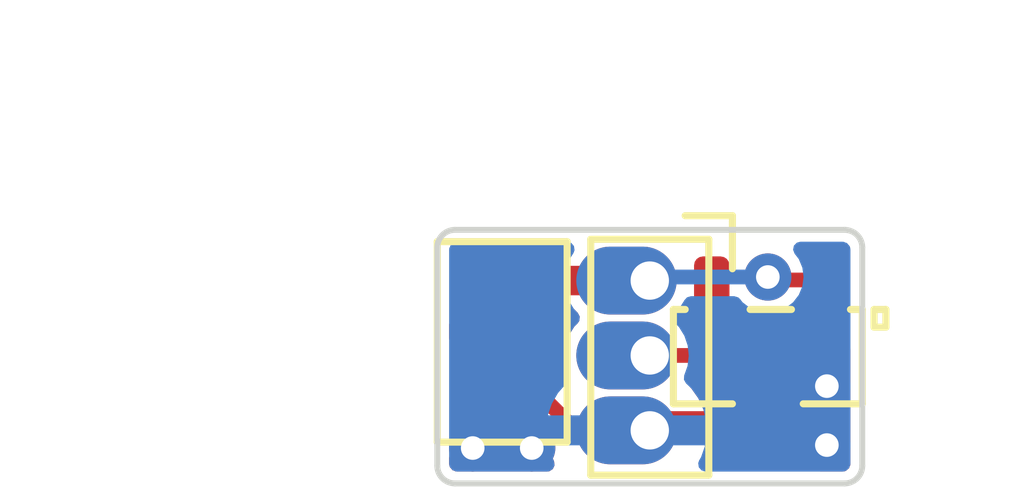
<source format=kicad_pcb>
(kicad_pcb (version 20211014) (generator pcbnew)
  (layers (0 "F.Cu" signal) (31 "B.Cu" signal) (34 "B.Paste" user) (35 "F.Paste" user) (36 "B.SilkS" user "B.Silkscreen") (37 "F.SilkS" user "F.Silkscreen") (38 "B.Mask" user) (39 "F.Mask" user) (44 "Edge.Cuts" user))
  (net 0 "")
  (net 1 "Net-(J1-Pad2)")
  (net 2 "GND")
  (net 3 "+3V3")
  (footprint "master-vampire:CONN_HEADER_MALE_1X3PIN_P1.27MM_TH_Phob" (layer "F.Cu") (at 100 122.46 -90)
    (fp_text reference "J1" hide)
    (fp_text value "Conn_1x3" hide)
    (fp_line (start -0.2 -1.4) (end -1.1 -1.4) (layer "F.SilkS") (width 0.12))
    (fp_line (start -0.7 1) (end -0.7 -1) (layer "F.SilkS") (width 0.12))
    (fp_line (start 3.3 1) (end -0.7 1) (layer "F.SilkS") (width 0.12))
    (fp_line (start -0.7 -1) (end 3.3 -1) (layer "F.SilkS") (width 0.12))
    (fp_line (start 3.3 -1) (end 3.3 1) (layer "F.SilkS") (width 0.12))
    (fp_line (start -1.1 -1.4) (end -1.1 -0.6) (layer "F.SilkS") (width 0.12))
    (pad "1" thru_hole oval (at 0 0 270) (size 1.15 1.7) (drill 0.65 (offset 0 0.395)) (layers *.Cu *.Mask) (net 3 "+3V3"))
    (pad "2" thru_hole oval (at 1.27 0 270) (size 1.15 1.7) (drill 0.65 (offset 0 0.395)) (layers *.Cu *.Mask) (net 1 "Net-(J1-Pad2)"))
    (pad "3" thru_hole oval (at 2.54 0 270) (size 1.15 1.7) (drill 0.65 (offset 0 0.395)) (layers *.Cu *.Mask) (net 2 "GND"))
  )
  (footprint "master-vampire:C_0805" (layer "F.Cu") (at 97.5 123.5 -90)
    (fp_text reference "C2" hide)
    (fp_text value "C")
    (fp_line (start -1.7 -1.1) (end 1.7 -1.1) (layer "F.SilkS") (width 0.12))
    (fp_line (start 1.7 1.1) (end -1.7 1.1) (layer "F.SilkS") (width 0.12))
    (fp_line (start -1.7 1.1) (end -1.7 -1.1) (layer "F.SilkS") (width 0.12))
    (fp_line (start 1.7 -1.1) (end 1.7 1.1) (layer "F.SilkS") (width 0.12))
    (pad "1" smd roundrect (at -0.95 0 270) (size 0.9 1.3) (layers "F.Cu" "F.Paste" "F.Mask") (net 3 "+3V3"))
    (pad "2" smd roundrect (at 0.95 0 270) (size 0.9 1.3) (layers "F.Cu" "F.Paste" "F.Mask") (net 2 "GND"))
  )
  (footprint "master-vampire:SOT-23-3" (layer "F.Cu") (at 102 123.75 -90)
    (fp_text reference "U1" hide)
    (fp_text value "U_DRV5053")
    (fp_line (start -0.8 -0.4) (end -0.8 0.3) (layer "F.SilkS") (width 0.12))
    (fp_line (start -0.8 -1.8) (end -0.5 -1.8) (layer "F.SilkS") (width 0.12))
    (fp_line (start -0.8 -2) (end -0.8 -1.8) (layer "F.SilkS") (width 0.12))
    (fp_line (start -0.8 1.4) (end -0.8 1.6) (layer "F.SilkS") (width 0.12))
    (fp_line (start -0.8 -1.6) (end -0.8 -1.4) (layer "F.SilkS") (width 0.12))
    (fp_line (start 0.8 1.6) (end 0.8 0.6) (layer "F.SilkS") (width 0.12))
    (fp_line (start -0.5 -2) (end -0.8 -2) (layer "F.SilkS") (width 0.12))
    (fp_line (start -0.8 -1.6) (end 0.8 -1.6) (layer "F.SilkS") (width 0.12))
    (fp_line (start -0.8 1.6) (end 0.8 1.6) (layer "F.SilkS") (width 0.12))
    (fp_line (start 0.8 -1.6) (end 0.8 -0.6) (layer "F.SilkS") (width 0.12))
    (fp_line (start -0.5 -1.8) (end -0.5 -2) (layer "F.SilkS") (width 0.12))
    (pad "1" smd roundrect (at -1.05 -0.95 270) (size 1.3 0.6) (layers "F.Cu" "F.Paste" "F.Mask") (net 3 "+3V3"))
    (pad "2" smd roundrect (at -1.05 0.95 270) (size 1.3 0.6) (layers "F.Cu" "F.Paste" "F.Mask") (net 1 "Net-(J1-Pad2)"))
    (pad "3" smd roundrect (at 1.05 0 270) (size 1.3 0.6) (layers "F.Cu" "F.Paste" "F.Mask") (net 2 "GND"))
  )
  (gr_line (start 103.3 125.9) (end 96.7 125.9) (layer "Edge.Cuts") (width 0.1))
  (gr_line (start 96.4 121.9) (end 96.4 125.6) (layer "Edge.Cuts") (width 0.1))
  (gr_arc (start 96.7 125.9) (mid 96.487868 125.812132) (end 96.4 125.6) (layer "Edge.Cuts") (width 0.1))
  (gr_arc (start 103.3 121.6) (mid 103.512132 121.687868) (end 103.6 121.9) (layer "Edge.Cuts") (width 0.1))
  (gr_line (start 103.3 121.6) (end 96.7 121.6) (layer "Edge.Cuts") (width 0.1))
  (gr_line (start 103.6 125.6) (end 103.6 121.9) (layer "Edge.Cuts") (width 0.1))
  (gr_arc (start 96.4 121.9) (mid 96.487868 121.687868) (end 96.7 121.6) (layer "Edge.Cuts") (width 0.1))
  (gr_arc (start 103.6 125.6) (mid 103.512132 125.812132) (end 103.3 125.9) (layer "Edge.Cuts") (width 0.1))
  (segment (start 101.05 122.7) (end 101.05 123.55) (width 0.25) (layer "F.Cu") (net 1))
  (segment (start 101.05 123.55) (end 100.87 123.73) (width 0.25) (layer "F.Cu") (net 1))
  (segment (start 100.87 123.73) (end 100 123.73) (width 0.25) (layer "F.Cu") (net 1))
  (segment (start 100 123.73) (end 99.02 123.73) (width 0.25) (layer "F.Cu") (net 1))
  (segment (start 100.093573 124.8) (end 100 124.893573) (width 0.25) (layer "F.Cu") (net 2))
  (segment (start 102 124.8) (end 100.093573 124.8) (width 0.25) (layer "F.Cu") (net 2))
  (segment (start 100 124.893573) (end 100 125) (width 0.25) (layer "F.Cu") (net 2))
  (segment (start 98.75 125) (end 98.2 124.45) (width 0.25) (layer "F.Cu") (net 2))
  (segment (start 100 125) (end 98.75 125) (width 0.25) (layer "F.Cu") (net 2))
  (segment (start 98.2 124.45) (end 97.25 124.45) (width 0.25) (layer "F.Cu") (net 2))
  (via (at 103 124.25) (size 0.8) (drill 0.4) (layers "F.Cu" "B.Cu") (net 2))
  (via (at 103 125.25) (size 0.8) (drill 0.4) (layers "F.Cu" "B.Cu") (net 2))
  (via (at 98 125.3) (size 0.8) (drill 0.4) (layers "F.Cu" "B.Cu") (net 2))
  (via (at 97 125.3) (size 0.8) (drill 0.4) (layers "F.Cu" "B.Cu") (net 2))
  (segment (start 102.0505 122.45) (end 102 122.3995) (width 0.25) (layer "F.Cu") (net 3))
  (segment (start 102.95 122.45) (end 102.0505 122.45) (width 0.25) (layer "F.Cu") (net 3))
  (segment (start 100 122.4) (end 100 122.46) (width 0.25) (layer "F.Cu") (net 3))
  (segment (start 100 122.46) (end 97.34 122.46) (width 0.5) (layer "F.Cu") (net 3))
  (segment (start 97.34 122.46) (end 97.25 122.55) (width 0.5) (layer "F.Cu") (net 3))
  (via (at 102 122.3995) (size 0.8) (drill 0.4) (layers "F.Cu" "B.Cu") (net 3))
  (segment (start 102 122.3995) (end 100.0605 122.3995) (width 0.25) (layer "B.Cu") (net 3))
  (segment (start 100.0605 122.3995) (end 100 122.46) (width 0.25) (layer "B.Cu") (net 3))
  (segment (start 100.21 122.25) (end 100 122.46) (width 0.25) (layer "B.Cu") (net 3))
  (zone (net 2) (net_name "GND") (layer "F.Cu") (connect_pads (clearance 0)) (min_thickness 0.254) (fill yes (thermal_gap 0.508) (thermal_bridge_width 0.508))
    (polygon (pts (xy 103.6 125.9) (xy 96.4 125.9) (xy 96.4 121.6) (xy 103.6 121.6)))
  )
  (zone (net 2) (net_name "GND") (layer "B.Cu") (connect_pads (clearance 0)) (min_thickness 0.254) (fill yes (thermal_gap 0.508) (thermal_bridge_width 0.508))
    (polygon (pts (xy 103.6 125.9) (xy 96.3 125.9) (xy 96.3 121.6) (xy 103.6 121.6)))
  )
)
</source>
